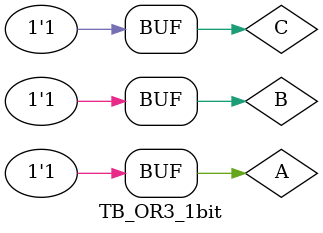
<source format=v>
`timescale 1ns/1ns

module OR3_1bit(A, B, C, Out);

input A, B, C;
output Out;

wire tmp0;

OR2_1bit OR2_0(.A(A), .B(B), .Out(tmp0));
OR2_1bit OR2_1(.A(tmp0), .B(C), .Out(Out));

endmodule

module TB_OR3_1bit();

reg A, B, C;
wire Out;

OR3_1bit OR(.A(A), .B(B), .C(C), .Out(Out));

initial begin
	A = 1'b0; B = 1'b0; C = 1'b0;
	#100;
	A = 1'b0; B = 1'b0; C = 1'b1;
	#100;
	A = 1'b0; B = 1'b1; C = 1'b0;
	#100;
	A = 1'b0; B = 1'b1; C = 1'b1;
	#100;
	A = 1'b1; B = 1'b0; C = 1'b0;
	#100;
	A = 1'b1; B = 1'b0; C = 1'b1;
	#100;
	A = 1'b1; B = 1'b1; C = 1'b0;
	#100;
	A = 1'b1; B = 1'b1; C = 1'b1;
end
endmodule

</source>
